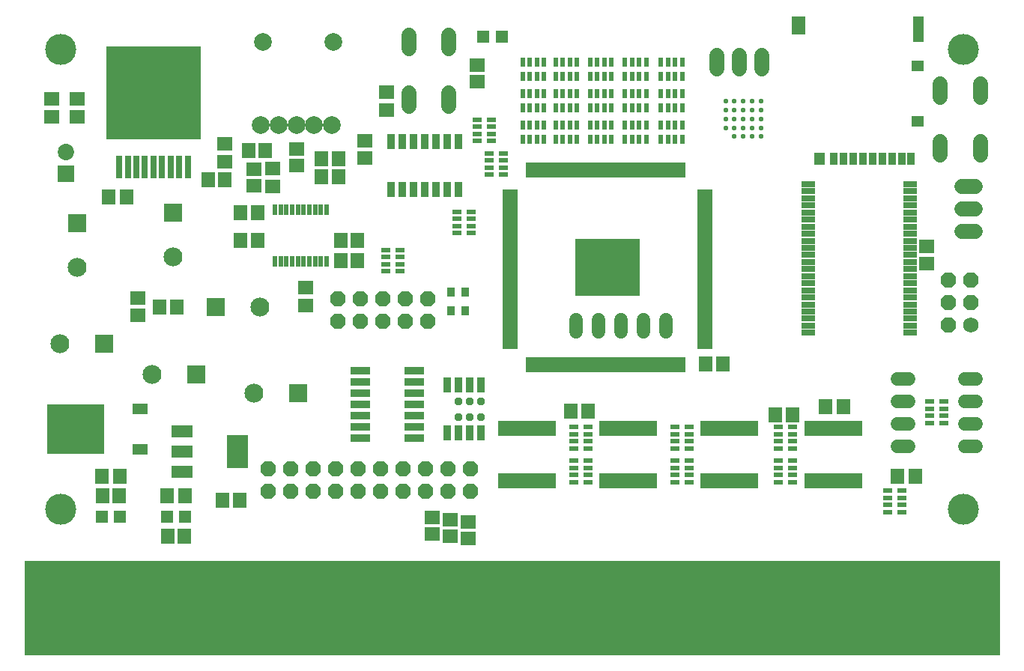
<source format=gbr>
G04 EAGLE Gerber RS-274X export*
G75*
%MOMM*%
%FSLAX34Y34*%
%LPD*%
%INSoldermask Top*%
%IPPOS*%
%AMOC8*
5,1,8,0,0,1.08239X$1,22.5*%
G01*
%ADD10R,110.236000X10.668000*%
%ADD11R,1.703200X0.553200*%
%ADD12R,0.553200X1.703200*%
%ADD13R,7.403200X6.553200*%
%ADD14R,0.600000X1.000000*%
%ADD15R,1.000000X0.600000*%
%ADD16P,1.869504X8X22.500000*%
%ADD17R,0.653200X1.678200*%
%ADD18C,0.573200*%
%ADD19R,1.498200X0.803200*%
%ADD20C,1.524000*%
%ADD21R,2.235200X0.863600*%
%ADD22C,1.727200*%
%ADD23C,1.727200*%
%ADD24P,1.869504X8X112.500000*%
%ADD25C,3.505200*%
%ADD26C,2.133600*%
%ADD27R,2.133600X2.133600*%
%ADD28R,0.508000X1.193800*%
%ADD29R,1.503200X1.803200*%
%ADD30R,1.803200X1.503200*%
%ADD31R,1.503200X1.703200*%
%ADD32R,1.703200X1.503200*%
%ADD33R,0.803200X2.603200*%
%ADD34R,10.683200X10.623200*%
%ADD35C,1.854200*%
%ADD36R,1.854200X1.854200*%
%ADD37C,2.003200*%
%ADD38C,2.009500*%
%ADD39R,1.803200X1.203200*%
%ADD40R,6.403200X5.603200*%
%ADD41R,2.438400X1.422400*%
%ADD42R,2.403200X3.803200*%
%ADD43R,1.403200X1.403200*%
%ADD44R,0.853200X1.103200*%
%ADD45R,0.853200X1.703200*%
%ADD46R,0.853200X1.728200*%
%ADD47R,0.903200X1.403200*%
%ADD48R,1.403200X1.203200*%
%ADD49R,1.203200X1.403200*%
%ADD50R,1.203200X3.003200*%
%ADD51R,1.503200X2.103200*%
%ADD52C,0.959600*%


D10*
X549910Y48260D03*
D11*
X548145Y518315D03*
X548145Y513315D03*
X548145Y508315D03*
X548145Y503315D03*
X548145Y498315D03*
X548145Y493315D03*
X548145Y488315D03*
X548145Y483315D03*
X548145Y478315D03*
X548145Y473315D03*
X548145Y468315D03*
X548145Y463315D03*
X548145Y458315D03*
X548145Y453315D03*
X548145Y448315D03*
X548145Y443315D03*
X548145Y438315D03*
X548145Y433315D03*
X548145Y428315D03*
X548145Y423315D03*
X548145Y418315D03*
X548145Y413315D03*
X548145Y408315D03*
X548145Y403315D03*
X548145Y398315D03*
X548145Y393315D03*
X548145Y388315D03*
X548145Y383315D03*
X548145Y378315D03*
X548145Y373315D03*
X548145Y368315D03*
X548145Y363315D03*
X548145Y358315D03*
X548145Y353315D03*
X548145Y348315D03*
X548145Y343315D03*
D12*
X568145Y323315D03*
X573145Y323315D03*
X578145Y323315D03*
X583145Y323315D03*
X588145Y323315D03*
X593145Y323315D03*
X598145Y323315D03*
X603145Y323315D03*
X608145Y323315D03*
X613145Y323315D03*
X618145Y323315D03*
X623145Y323315D03*
X628145Y323315D03*
X633145Y323315D03*
X638145Y323315D03*
X643145Y323315D03*
X648145Y323315D03*
X653145Y323315D03*
X658145Y323315D03*
X663145Y323315D03*
X668145Y323315D03*
X673145Y323315D03*
X678145Y323315D03*
X683145Y323315D03*
X688145Y323315D03*
X693145Y323315D03*
X698145Y323315D03*
X703145Y323315D03*
X708145Y323315D03*
X713145Y323315D03*
X718145Y323315D03*
X723145Y323315D03*
X728145Y323315D03*
X733145Y323315D03*
X738145Y323315D03*
X743145Y323315D03*
D11*
X768145Y343315D03*
X768145Y348315D03*
X768145Y353315D03*
X768145Y358315D03*
X768145Y363315D03*
X768145Y368315D03*
X768145Y373315D03*
X768145Y378315D03*
X768145Y383315D03*
X768145Y388315D03*
X768145Y393315D03*
X768145Y398315D03*
X768145Y403315D03*
X768145Y408315D03*
X768145Y413315D03*
X768145Y418315D03*
X768145Y423315D03*
X768145Y428315D03*
X768145Y433315D03*
X768145Y438315D03*
X768145Y443315D03*
X768145Y448315D03*
X768145Y453315D03*
X768145Y458315D03*
X768145Y463315D03*
X768145Y468315D03*
X768145Y473315D03*
X768145Y478315D03*
X768145Y483315D03*
X768145Y488315D03*
X768145Y493315D03*
X768145Y498315D03*
X768145Y503315D03*
X768145Y508315D03*
X768145Y513315D03*
X768145Y518315D03*
D12*
X743145Y543315D03*
X738145Y543315D03*
X733145Y543315D03*
X728145Y543315D03*
X723145Y543315D03*
X718145Y543315D03*
X713145Y543315D03*
X708145Y543315D03*
X703145Y543315D03*
X698145Y543315D03*
X693145Y543315D03*
X688145Y543315D03*
X683145Y543315D03*
X678145Y543315D03*
X673145Y543315D03*
X668145Y543315D03*
X663145Y543315D03*
X658145Y543315D03*
X653145Y543315D03*
X648145Y543315D03*
X643145Y543315D03*
X638145Y543315D03*
X633145Y543315D03*
X628145Y543315D03*
X623145Y543315D03*
X618145Y543315D03*
X613145Y543315D03*
X608145Y543315D03*
X603145Y543315D03*
X598145Y543315D03*
X593145Y543315D03*
X588145Y543315D03*
X583145Y543315D03*
X578145Y543315D03*
X573145Y543315D03*
X568145Y543315D03*
D13*
X658145Y433315D03*
D14*
X742281Y629783D03*
X734281Y629783D03*
X726281Y629783D03*
X718281Y629783D03*
X718281Y613783D03*
X726281Y613783D03*
X734281Y613783D03*
X742281Y613783D03*
X742281Y594223D03*
X734281Y594223D03*
X726281Y594223D03*
X718281Y594223D03*
X718281Y578223D03*
X726281Y578223D03*
X734281Y578223D03*
X742281Y578223D03*
X701641Y629783D03*
X693641Y629783D03*
X685641Y629783D03*
X677641Y629783D03*
X677641Y613783D03*
X685641Y613783D03*
X693641Y613783D03*
X701641Y613783D03*
X701641Y594223D03*
X693641Y594223D03*
X685641Y594223D03*
X677641Y594223D03*
X677641Y578223D03*
X685641Y578223D03*
X693641Y578223D03*
X701641Y578223D03*
X742281Y665343D03*
X734281Y665343D03*
X726281Y665343D03*
X718281Y665343D03*
X718281Y649343D03*
X726281Y649343D03*
X734281Y649343D03*
X742281Y649343D03*
X701641Y665343D03*
X693641Y665343D03*
X685641Y665343D03*
X677641Y665343D03*
X677641Y649343D03*
X685641Y649343D03*
X693641Y649343D03*
X701641Y649343D03*
X662271Y629783D03*
X654271Y629783D03*
X646271Y629783D03*
X638271Y629783D03*
X638271Y613783D03*
X646271Y613783D03*
X654271Y613783D03*
X662271Y613783D03*
X662271Y594223D03*
X654271Y594223D03*
X646271Y594223D03*
X638271Y594223D03*
X638271Y578223D03*
X646271Y578223D03*
X654271Y578223D03*
X662271Y578223D03*
X662271Y665343D03*
X654271Y665343D03*
X646271Y665343D03*
X638271Y665343D03*
X638271Y649343D03*
X646271Y649343D03*
X654271Y649343D03*
X662271Y649343D03*
X623409Y629783D03*
X615409Y629783D03*
X607409Y629783D03*
X599409Y629783D03*
X599409Y613783D03*
X607409Y613783D03*
X615409Y613783D03*
X623409Y613783D03*
X623409Y594223D03*
X615409Y594223D03*
X607409Y594223D03*
X599409Y594223D03*
X599409Y578223D03*
X607409Y578223D03*
X615409Y578223D03*
X623409Y578223D03*
X585817Y629529D03*
X577817Y629529D03*
X569817Y629529D03*
X561817Y629529D03*
X561817Y613529D03*
X569817Y613529D03*
X577817Y613529D03*
X585817Y613529D03*
X585817Y594223D03*
X577817Y594223D03*
X569817Y594223D03*
X561817Y594223D03*
X561817Y578223D03*
X569817Y578223D03*
X577817Y578223D03*
X585817Y578223D03*
X623409Y665089D03*
X615409Y665089D03*
X607409Y665089D03*
X599409Y665089D03*
X599409Y649089D03*
X607409Y649089D03*
X615409Y649089D03*
X623409Y649089D03*
X585817Y665089D03*
X577817Y665089D03*
X569817Y665089D03*
X561817Y665089D03*
X561817Y649089D03*
X569817Y649089D03*
X577817Y649089D03*
X585817Y649089D03*
D15*
X423290Y428690D03*
X423290Y436690D03*
X423290Y444690D03*
X423290Y452690D03*
X407290Y452690D03*
X407290Y444690D03*
X407290Y436690D03*
X407290Y428690D03*
D16*
X274320Y205740D03*
X299720Y205740D03*
X325120Y205740D03*
X350520Y205740D03*
X375920Y205740D03*
X401320Y205740D03*
X274320Y180340D03*
X299720Y180340D03*
X325120Y180340D03*
X350520Y180340D03*
X375920Y180340D03*
X401320Y180340D03*
X426720Y205740D03*
X452120Y205740D03*
X426720Y180340D03*
X452120Y180340D03*
X477520Y205740D03*
X477520Y180340D03*
X502920Y205740D03*
X502920Y180340D03*
D17*
X537805Y192235D03*
X544305Y192235D03*
X550805Y192235D03*
X557305Y192235D03*
X563805Y192235D03*
X570305Y192235D03*
X576805Y192235D03*
X583305Y192235D03*
X589805Y192235D03*
X596305Y192235D03*
X596305Y250995D03*
X589805Y250995D03*
X583305Y250995D03*
X576805Y250995D03*
X570305Y250995D03*
X563805Y250995D03*
X557305Y250995D03*
X550805Y250995D03*
X544305Y250995D03*
X537805Y250995D03*
X652105Y192235D03*
X658605Y192235D03*
X665105Y192235D03*
X671605Y192235D03*
X678105Y192235D03*
X684605Y192235D03*
X691105Y192235D03*
X697605Y192235D03*
X704105Y192235D03*
X710605Y192235D03*
X710605Y250995D03*
X704105Y250995D03*
X697605Y250995D03*
X691105Y250995D03*
X684605Y250995D03*
X678105Y250995D03*
X671605Y250995D03*
X665105Y250995D03*
X658605Y250995D03*
X652105Y250995D03*
X766405Y192235D03*
X772905Y192235D03*
X779405Y192235D03*
X785905Y192235D03*
X792405Y192235D03*
X798905Y192235D03*
X805405Y192235D03*
X811905Y192235D03*
X818405Y192235D03*
X824905Y192235D03*
X824905Y250995D03*
X818405Y250995D03*
X811905Y250995D03*
X805405Y250995D03*
X798905Y250995D03*
X792405Y250995D03*
X785905Y250995D03*
X779405Y250995D03*
X772905Y250995D03*
X766405Y250995D03*
X883880Y192235D03*
X890380Y192235D03*
X896880Y192235D03*
X903380Y192235D03*
X909880Y192235D03*
X916380Y192235D03*
X922880Y192235D03*
X929380Y192235D03*
X935880Y192235D03*
X942380Y192235D03*
X942380Y250995D03*
X935880Y250995D03*
X929380Y250995D03*
X922880Y250995D03*
X916380Y250995D03*
X909880Y250995D03*
X903380Y250995D03*
X896880Y250995D03*
X890380Y250995D03*
X883880Y250995D03*
D15*
X867155Y190565D03*
X867155Y198565D03*
X867155Y206565D03*
X867155Y214565D03*
X851155Y214565D03*
X851155Y206565D03*
X851155Y198565D03*
X851155Y190565D03*
X867155Y228665D03*
X867155Y236665D03*
X867155Y244665D03*
X867155Y252665D03*
X851155Y252665D03*
X851155Y244665D03*
X851155Y236665D03*
X851155Y228665D03*
X749680Y190565D03*
X749680Y198565D03*
X749680Y206565D03*
X749680Y214565D03*
X733680Y214565D03*
X733680Y206565D03*
X733680Y198565D03*
X733680Y190565D03*
X749680Y228665D03*
X749680Y236665D03*
X749680Y244665D03*
X749680Y252665D03*
X733680Y252665D03*
X733680Y244665D03*
X733680Y236665D03*
X733680Y228665D03*
X635380Y190565D03*
X635380Y198565D03*
X635380Y206565D03*
X635380Y214565D03*
X619380Y214565D03*
X619380Y206565D03*
X619380Y198565D03*
X619380Y190565D03*
X635380Y228665D03*
X635380Y236665D03*
X635380Y244665D03*
X635380Y252665D03*
X619380Y252665D03*
X619380Y244665D03*
X619380Y236665D03*
X619380Y228665D03*
D18*
X791230Y590960D03*
X791230Y600960D03*
X791230Y610960D03*
X791230Y620960D03*
X801230Y580960D03*
X801230Y590960D03*
X801230Y600960D03*
X801230Y610960D03*
X801230Y620960D03*
X811230Y580960D03*
X811230Y590960D03*
X811230Y600960D03*
X811230Y610960D03*
X811230Y620960D03*
X821230Y580960D03*
X821230Y590960D03*
X821230Y600960D03*
X821230Y610960D03*
X821230Y620960D03*
X831230Y580960D03*
X831230Y590960D03*
X831230Y600960D03*
X831230Y610960D03*
X831230Y620960D03*
D15*
X1037970Y257240D03*
X1037970Y265240D03*
X1037970Y273240D03*
X1037970Y281240D03*
X1021970Y281240D03*
X1021970Y273240D03*
X1021970Y265240D03*
X1021970Y257240D03*
X990290Y156620D03*
X990290Y164620D03*
X990290Y172620D03*
X990290Y180620D03*
X974290Y180620D03*
X974290Y172620D03*
X974290Y164620D03*
X974290Y156620D03*
D19*
X885060Y527230D03*
X885060Y519230D03*
X885060Y511230D03*
X885060Y503230D03*
X885060Y495230D03*
X885060Y487230D03*
X885060Y479230D03*
X885060Y471230D03*
X885060Y463230D03*
X885060Y455230D03*
X885060Y447230D03*
X885060Y439230D03*
X885060Y431230D03*
X885060Y423230D03*
X885060Y415230D03*
X885060Y407230D03*
X885060Y399230D03*
X885060Y391230D03*
X885060Y383230D03*
X885060Y375230D03*
X885060Y367230D03*
X885060Y359230D03*
X999620Y359230D03*
X999620Y367230D03*
X999620Y375230D03*
X999620Y383230D03*
X999620Y391230D03*
X999620Y399230D03*
X999620Y407230D03*
X999620Y415230D03*
X999620Y423230D03*
X999620Y431230D03*
X999620Y439230D03*
X999620Y447230D03*
X999620Y455230D03*
X999620Y463230D03*
X999620Y471230D03*
X999620Y479230D03*
X999620Y487230D03*
X999620Y495230D03*
X999620Y503230D03*
X999620Y511230D03*
X999620Y519230D03*
X999620Y527230D03*
D20*
X998474Y307340D02*
X985266Y307340D01*
X985266Y281940D02*
X998474Y281940D01*
X1061466Y281940D02*
X1074674Y281940D01*
X1074674Y307340D02*
X1061466Y307340D01*
X998474Y256540D02*
X985266Y256540D01*
X985266Y231140D02*
X998474Y231140D01*
X1061466Y256540D02*
X1074674Y256540D01*
X1074674Y231140D02*
X1061466Y231140D01*
D21*
X378206Y316230D03*
X439674Y316230D03*
X378206Y303530D03*
X378206Y290830D03*
X439674Y303530D03*
X439674Y290830D03*
X378206Y278130D03*
X439674Y278130D03*
X378206Y265430D03*
X378206Y252730D03*
X439674Y265430D03*
X439674Y252730D03*
X378206Y240030D03*
X439674Y240030D03*
D22*
X478536Y680212D02*
X478536Y695452D01*
X433324Y695452D02*
X433324Y680212D01*
X478536Y630428D02*
X478536Y615188D01*
X433324Y615188D02*
X433324Y630428D01*
X1079246Y625602D02*
X1079246Y640842D01*
X1034034Y640842D02*
X1034034Y625602D01*
X1079246Y575818D02*
X1079246Y560578D01*
X1034034Y560578D02*
X1034034Y575818D01*
D15*
X524130Y561910D03*
X524130Y553910D03*
X524130Y545910D03*
X524130Y537910D03*
X540130Y537910D03*
X540130Y545910D03*
X540130Y553910D03*
X540130Y561910D03*
D23*
X1068070Y368300D03*
D24*
X1068070Y393700D03*
X1068070Y419100D03*
X1042670Y368300D03*
X1042670Y393700D03*
X1042670Y419100D03*
D25*
X40000Y160000D03*
X1060000Y680000D03*
X1060000Y160000D03*
X40000Y680000D03*
D26*
X38500Y346710D03*
D27*
X88500Y346710D03*
D28*
X281900Y440237D03*
X288400Y440237D03*
X294900Y440237D03*
X301400Y440237D03*
X307900Y440237D03*
X314400Y440237D03*
X320900Y440237D03*
X327400Y440237D03*
X333900Y440237D03*
X340400Y440237D03*
X340400Y498593D03*
X333900Y498593D03*
X327400Y498593D03*
X320900Y498593D03*
X314400Y498593D03*
X307900Y498593D03*
X301400Y498593D03*
X294900Y498593D03*
X288400Y498593D03*
X281900Y498593D03*
D29*
X262730Y495300D03*
X242730Y495300D03*
X262730Y463550D03*
X242730Y463550D03*
D30*
X279400Y524670D03*
X279400Y544670D03*
D31*
X375260Y463550D03*
X356260Y463550D03*
X375260Y440690D03*
X356260Y440690D03*
D29*
X334170Y556260D03*
X354170Y556260D03*
D31*
X353670Y535940D03*
X334670Y535940D03*
D32*
X257810Y544170D03*
X257810Y525170D03*
D29*
X106520Y196850D03*
X86520Y196850D03*
X180180Y175260D03*
X160180Y175260D03*
D33*
X105880Y546400D03*
X115580Y546400D03*
X125280Y546400D03*
X134980Y546400D03*
X144680Y546400D03*
X154380Y546400D03*
X164080Y546400D03*
X173780Y546400D03*
X183480Y546400D03*
D34*
X144780Y630100D03*
D30*
X58420Y623410D03*
X58420Y603410D03*
X29210Y623410D03*
X29210Y603410D03*
D35*
X45720Y563680D03*
D36*
X45720Y538680D03*
D37*
X306070Y594360D03*
X326070Y594360D03*
X286070Y594360D03*
X346070Y594360D03*
X266070Y594360D03*
D38*
X268070Y688360D03*
X348070Y688360D03*
D26*
X166370Y444900D03*
D27*
X166370Y494900D03*
D26*
X58420Y433470D03*
D27*
X58420Y483470D03*
D32*
X127000Y379120D03*
X127000Y398120D03*
D31*
X225400Y532130D03*
X206400Y532130D03*
D29*
X151290Y388620D03*
X171290Y388620D03*
D30*
X224790Y552610D03*
X224790Y572610D03*
D39*
X129280Y227390D03*
X129280Y272990D03*
D40*
X56280Y250190D03*
D26*
X142640Y312420D03*
D27*
X192640Y312420D03*
D26*
X258210Y290830D03*
D27*
X308210Y290830D03*
D29*
X222410Y170180D03*
X242410Y170180D03*
D41*
X177292Y247904D03*
X177292Y224790D03*
X177292Y201676D03*
D42*
X239270Y224790D03*
D26*
X265030Y388620D03*
D27*
X215030Y388620D03*
D43*
X538060Y693850D03*
X517060Y693850D03*
D32*
X510660Y661850D03*
X510660Y642850D03*
D43*
X107020Y151130D03*
X86020Y151130D03*
X180680Y151130D03*
X159680Y151130D03*
D31*
X106020Y175260D03*
X87020Y175260D03*
X179680Y129540D03*
X160680Y129540D03*
D22*
X831850Y657860D02*
X831850Y673100D01*
X806450Y673100D02*
X806450Y657860D01*
X781050Y657860D02*
X781050Y673100D01*
D44*
X480700Y405470D03*
X480700Y384470D03*
X497200Y384470D03*
X497200Y405470D03*
D30*
X1018540Y437040D03*
X1018540Y457040D03*
X383540Y556420D03*
X383540Y576420D03*
X316230Y410050D03*
X316230Y390050D03*
D29*
X768510Y323850D03*
X788510Y323850D03*
X904400Y275590D03*
X924400Y275590D03*
X867250Y266700D03*
X847250Y266700D03*
X1005680Y196850D03*
X985680Y196850D03*
X636110Y270510D03*
X616110Y270510D03*
X114140Y513080D03*
X94140Y513080D03*
D45*
X412750Y521640D03*
X425450Y521640D03*
X438150Y521640D03*
X450850Y521640D03*
X463550Y521640D03*
X476250Y521640D03*
X488950Y521640D03*
X488950Y575640D03*
X476250Y575640D03*
X463550Y575640D03*
X450850Y575640D03*
X438150Y575640D03*
X425450Y575640D03*
X412750Y575640D03*
D15*
X487300Y495870D03*
X487300Y487870D03*
X487300Y479870D03*
X487300Y471870D03*
X503300Y471870D03*
X503300Y479870D03*
X503300Y487870D03*
X503300Y495870D03*
D46*
X514350Y300170D03*
X501650Y300170D03*
X488950Y300170D03*
X476250Y300170D03*
X476250Y245930D03*
X488950Y245930D03*
X501650Y245930D03*
X514350Y245930D03*
D32*
X500380Y145390D03*
X500380Y126390D03*
X480060Y147930D03*
X480060Y128930D03*
X459740Y150470D03*
X459740Y131470D03*
D22*
X1057910Y473710D02*
X1073150Y473710D01*
X1073150Y499110D02*
X1057910Y499110D01*
X1057910Y524510D02*
X1073150Y524510D01*
D15*
X526160Y576010D03*
X526160Y584010D03*
X526160Y592010D03*
X526160Y600010D03*
X510160Y600010D03*
X510160Y592010D03*
X510160Y584010D03*
X510160Y576010D03*
D47*
X913130Y555690D03*
X924130Y555690D03*
X935130Y555690D03*
X946130Y555690D03*
X957130Y555690D03*
X968130Y555690D03*
X979130Y555690D03*
X990130Y555690D03*
D48*
X1008130Y660690D03*
D47*
X1001130Y555690D03*
D49*
X897630Y555690D03*
D48*
X1008130Y598690D03*
D50*
X1009130Y702190D03*
D51*
X874130Y706690D03*
D32*
X306070Y548030D03*
X306070Y567030D03*
D31*
X271120Y565150D03*
X252120Y565150D03*
D20*
X622300Y373634D02*
X622300Y360426D01*
X647700Y360426D02*
X647700Y373634D01*
X673100Y373634D02*
X673100Y360426D01*
X698500Y360426D02*
X698500Y373634D01*
X723900Y373634D02*
X723900Y360426D01*
D30*
X407670Y611030D03*
X407670Y631030D03*
D16*
X353060Y372110D03*
X378460Y372110D03*
X403860Y372110D03*
X429260Y372110D03*
X454660Y372110D03*
X353060Y397510D03*
X378460Y397510D03*
X403860Y397510D03*
X429260Y397510D03*
X454660Y397510D03*
D52*
X514350Y281940D03*
X501650Y281940D03*
X488950Y281940D03*
X514350Y264160D03*
X501650Y264160D03*
X488950Y264160D03*
M02*

</source>
